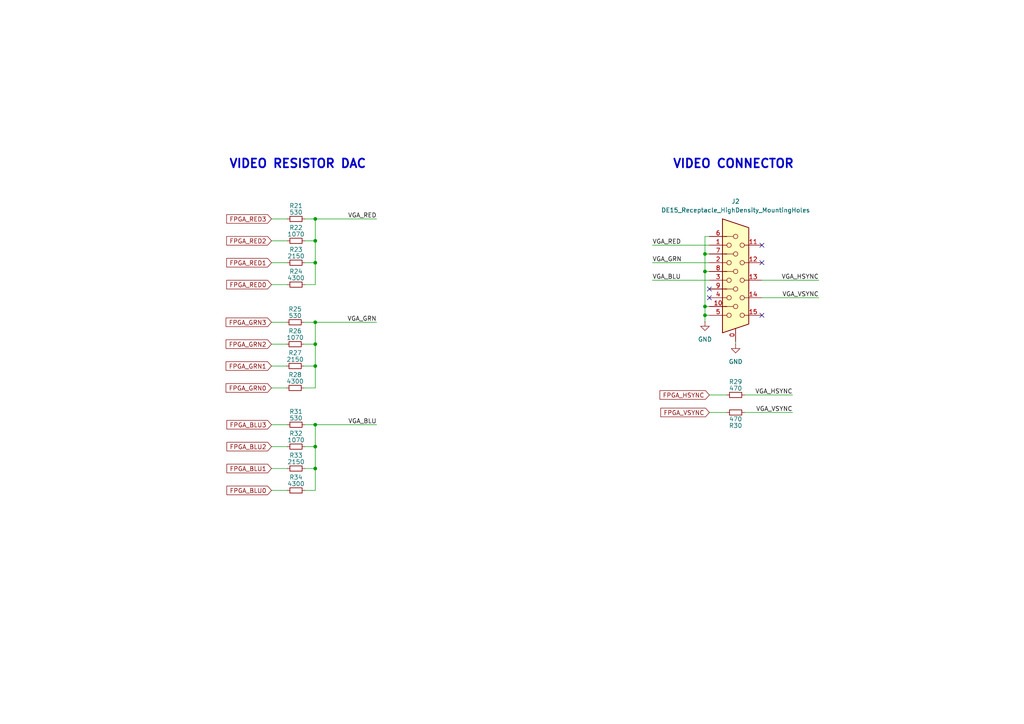
<source format=kicad_sch>
(kicad_sch (version 20231120) (generator "eeschema") (generator_version "8.0")
  (paper "A4")
  (title_block (title "vaudeo") (date "2025-01-22") (rev "Rev A") (comment 1 "A video and audeo board") (comment 3 "https://github.com/oricomp/vaudeo") (comment 4 "Created by Jacob Long"))
  (lib_symbols
    (symbol "Connector:DE15_Receptacle_HighDensity_MountingHoles" (pin_names (offset 1.016) hide)
      (property "Reference" "J" (at 0 21.59 0))
      (property "Value" "DE15_Receptacle_HighDensity_MountingHoles" (at 0 19.05 0))
      (symbol "DE15_Receptacle_HighDensity_MountingHoles_0_1"
        (circle (center -1.905 -10.16) (radius 0.635))
        (circle (center -1.905 -5.08) (radius 0.635))
        (circle (center -1.905 0) (radius 0.635))
        (circle (center -1.905 5.08) (radius 0.635))
        (circle (center -1.905 10.16) (radius 0.635))
        (circle (center 0 -7.62) (radius 0.635))
        (circle (center 0 -2.54) (radius 0.635))
        (polyline (pts (xy -3.175 7.62) (xy -0.635 7.62)))
        (polyline (pts (xy -0.635 -7.62) (xy -3.175 -7.62)))
        (polyline (pts (xy -0.635 -2.54) (xy -3.175 -2.54)))
        (polyline (pts (xy -0.635 2.54) (xy -3.175 2.54)))
        (polyline (pts (xy -0.635 12.7) (xy -3.175 12.7)))
        (polyline (pts (xy -3.81 17.78) (xy -3.81 -15.24) (xy 3.81 -12.7) (xy 3.81 15.24) (xy -3.81 17.78)) (stroke (width 0.254)) (fill (type background)))
        (circle (center 0 2.54) (radius 0.635))
        (circle (center 0 7.62) (radius 0.635))
        (circle (center 0 12.7) (radius 0.635))
        (circle (center 1.905 -10.16) (radius 0.635))
        (circle (center 1.905 -5.08) (radius 0.635))
        (circle (center 1.905 0) (radius 0.635))
        (circle (center 1.905 5.08) (radius 0.635))
        (circle (center 1.905 10.16) (radius 0.635))
      )
      (symbol "DE15_Receptacle_HighDensity_MountingHoles_1_1"
        (pin passive line (at 0 -17.78 90) (length 3.81) (name "~") (number "0"))
        (pin passive line (at -7.62 10.16 0) (length 5.08) (name "~") (number "1"))
        (pin passive line (at -7.62 -7.62 0) (length 5.08) (name "~") (number "10"))
        (pin passive line (at 7.62 10.16 180) (length 5.08) (name "~") (number "11"))
        (pin passive line (at 7.62 5.08 180) (length 5.08) (name "~") (number "12"))
        (pin passive line (at 7.62 0 180) (length 5.08) (name "~") (number "13"))
        (pin passive line (at 7.62 -5.08 180) (length 5.08) (name "~") (number "14"))
        (pin passive line (at 7.62 -10.16 180) (length 5.08) (name "~") (number "15"))
        (pin passive line (at -7.62 5.08 0) (length 5.08) (name "~") (number "2"))
        (pin passive line (at -7.62 0 0) (length 5.08) (name "~") (number "3"))
        (pin passive line (at -7.62 -5.08 0) (length 5.08) (name "~") (number "4"))
        (pin passive line (at -7.62 -10.16 0) (length 5.08) (name "~") (number "5"))
        (pin passive line (at -7.62 12.7 0) (length 5.08) (name "~") (number "6"))
        (pin passive line (at -7.62 7.62 0) (length 5.08) (name "~") (number "7"))
        (pin passive line (at -7.62 2.54 0) (length 5.08) (name "~") (number "8"))
        (pin passive line (at -7.62 -2.54 0) (length 5.08) (name "~") (number "9"))
      )
    )
    (symbol "Device:R_Small" (pin_numbers hide) (pin_names (offset 0.254) hide)
      (property "Reference" "R" (at 0.762 0.508 0))
      (property "Value" "R_Small" (at 0.762 -1.016 0))
      (symbol "R_Small_0_1"
        (rectangle (start -0.762 1.778) (end 0.762 -1.778) (stroke (width 0.2032)))
      )
      (symbol "R_Small_1_1"
        (pin passive line (at 0 2.54 270) (length 0.762) (name "~") (number "1"))
        (pin passive line (at 0 -2.54 90) (length 0.762) (name "~") (number "2"))
      )
    )
    (symbol "power:GND" (power) (pin_numbers hide) (pin_names (offset 0) hide)
      (property "Value" "GND" (at 0 -3.81 0))
      (symbol "GND_0_1"
        (polyline (pts (xy 0 0) (xy 0 -1.27) (xy 1.27 -1.27) (xy 0 -2.54) (xy -1.27 -1.27) (xy 0 -1.27)))
      )
      (symbol "GND_1_1"
        (pin power_in line (at 0 0 270) (length 0) (name "~") (number "1"))
      )
    )
  )
  (junction (at 91.44 69.85))
  (junction (at 204.47 73.66))
  (junction (at 204.47 78.74))
  (junction (at 91.44 123.19))
  (junction (at 91.44 93.472))
  (junction (at 91.44 99.822))
  (junction (at 91.44 106.172))
  (junction (at 91.44 76.2))
  (junction (at 91.44 135.89))
  (junction (at 204.47 91.44))
  (junction (at 204.47 88.9))
  (junction (at 91.44 63.5))
  (junction (at 91.44 129.54))
  (no_connect (at 220.98 76.2))
  (no_connect (at 205.74 83.82))
  (no_connect (at 220.98 91.44))
  (no_connect (at 220.98 71.12))
  (no_connect (at 205.74 86.36))
  (wire (pts (xy 91.44 76.2) (xy 91.44 82.55)))
  (wire (pts (xy 205.74 91.44) (xy 204.47 91.44)))
  (wire (pts (xy 189.23 71.12) (xy 205.74 71.12)))
  (wire (pts (xy 215.9 114.554) (xy 229.87 114.554)))
  (wire (pts (xy 91.44 129.54) (xy 91.44 123.19)))
  (wire (pts (xy 88.392 142.24) (xy 91.44 142.24)))
  (wire (pts (xy 204.47 68.58) (xy 205.74 68.58)))
  (wire (pts (xy 91.44 106.172) (xy 91.44 112.522)))
  (wire (pts (xy 78.74 93.472) (xy 83.058 93.472)))
  (wire (pts (xy 88.392 129.54) (xy 91.44 129.54)))
  (wire (pts (xy 204.47 88.9) (xy 204.47 78.74)))
  (wire (pts (xy 205.74 114.554) (xy 210.82 114.554)))
  (wire (pts (xy 88.392 76.2) (xy 91.44 76.2)))
  (wire (pts (xy 88.138 93.472) (xy 91.44 93.472)))
  (wire (pts (xy 237.49 86.36) (xy 220.98 86.36)))
  (wire (pts (xy 205.74 119.634) (xy 210.82 119.634)))
  (wire (pts (xy 78.74 112.522) (xy 83.058 112.522)))
  (wire (pts (xy 204.47 73.66) (xy 204.47 68.58)))
  (wire (pts (xy 91.44 135.89) (xy 91.44 129.54)))
  (wire (pts (xy 88.138 106.172) (xy 91.44 106.172)))
  (wire (pts (xy 204.47 78.74) (xy 204.47 73.66)))
  (wire (pts (xy 204.47 78.74) (xy 205.74 78.74)))
  (wire (pts (xy 204.47 93.345) (xy 204.47 91.44)))
  (wire (pts (xy 88.392 82.55) (xy 91.44 82.55)))
  (wire (pts (xy 78.74 63.5) (xy 83.312 63.5)))
  (wire (pts (xy 88.392 123.19) (xy 91.44 123.19)))
  (wire (pts (xy 91.44 142.24) (xy 91.44 135.89)))
  (wire (pts (xy 215.9 119.634) (xy 229.87 119.634)))
  (wire (pts (xy 88.392 69.85) (xy 91.44 69.85)))
  (wire (pts (xy 88.392 135.89) (xy 91.44 135.89)))
  (wire (pts (xy 78.74 129.54) (xy 83.312 129.54)))
  (wire (pts (xy 78.74 69.85) (xy 83.312 69.85)))
  (wire (pts (xy 204.47 73.66) (xy 205.74 73.66)))
  (wire (pts (xy 78.74 142.24) (xy 83.312 142.24)))
  (wire (pts (xy 189.23 76.2) (xy 205.74 76.2)))
  (wire (pts (xy 237.49 81.28) (xy 220.98 81.28)))
  (wire (pts (xy 88.138 99.822) (xy 91.44 99.822)))
  (wire (pts (xy 88.392 63.5) (xy 91.44 63.5)))
  (wire (pts (xy 189.23 81.28) (xy 205.74 81.28)))
  (wire (pts (xy 91.44 93.472) (xy 91.44 99.822)))
  (wire (pts (xy 91.44 69.85) (xy 91.44 76.2)))
  (wire (pts (xy 78.74 106.172) (xy 83.058 106.172)))
  (wire (pts (xy 78.74 135.89) (xy 83.312 135.89)))
  (wire (pts (xy 91.44 123.19) (xy 109.22 123.19)))
  (wire (pts (xy 78.74 123.19) (xy 83.312 123.19)))
  (wire (pts (xy 88.138 112.522) (xy 91.44 112.522)))
  (wire (pts (xy 213.36 99.822) (xy 213.36 99.06)))
  (wire (pts (xy 204.47 88.9) (xy 205.74 88.9)))
  (wire (pts (xy 91.44 93.472) (xy 109.22 93.472)))
  (wire (pts (xy 78.74 99.822) (xy 83.058 99.822)))
  (wire (pts (xy 78.74 76.2) (xy 83.312 76.2)))
  (wire (pts (xy 78.74 82.55) (xy 83.312 82.55)))
  (wire (pts (xy 91.44 63.5) (xy 109.22 63.5)))
  (wire (pts (xy 91.44 99.822) (xy 91.44 106.172)))
  (wire (pts (xy 91.44 63.5) (xy 91.44 69.85)))
  (wire (pts (xy 204.47 91.44) (xy 204.47 88.9)))
  (text "VIDEO RESISTOR DAC" (at 86.36 47.625 0) (effects (font (size 2.5 2.5) (thickness 0.5) (bold yes))))
  (text "VIDEO CONNECTOR" (at 212.725 47.625 0) (effects (font (size 2.5 2.5) (thickness 0.5) (bold yes))))
  (label "VGA_HSYNC" (at 237.49 81.28 180))
  (label "VGA_VSYNC" (at 237.49 86.36 180))
  (label "VGA_GRN" (at 189.23 76.2 0))
  (label "VGA_BLU" (at 189.23 81.28 0))
  (label "VGA_RED" (at 189.23 71.12 0))
  (label "VGA_RED" (at 109.22 63.5 180))
  (label "VGA_VSYNC" (at 229.87 119.634 180))
  (label "VGA_BLU" (at 109.22 123.19 180))
  (label "VGA_HSYNC" (at 229.87 114.554 180))
  (label "VGA_GRN" (at 109.22 93.472 180))
  (global_label "FPGA_RED0" (shape input) (at 78.74 82.55 180) (property "Intersheetrefs" "${INTERSHEET_REFS}" (effects (hide yes))))
  (global_label "FPGA_BLU1" (shape input) (at 78.74 135.89 180) (property "Intersheetrefs" "${INTERSHEET_REFS}" (effects (hide yes))))
  (global_label "FPGA_GRN1" (shape input) (at 78.74 106.172 180) (property "Intersheetrefs" "${INTERSHEET_REFS}" (effects (hide yes))))
  (global_label "FPGA_BLU3" (shape input) (at 78.74 123.19 180) (property "Intersheetrefs" "${INTERSHEET_REFS}" (effects (hide yes))))
  (global_label "FPGA_GRN2" (shape input) (at 78.74 99.822 180) (property "Intersheetrefs" "${INTERSHEET_REFS}" (effects (hide yes))))
  (global_label "FPGA_GRN0" (shape input) (at 78.74 112.522 180) (property "Intersheetrefs" "${INTERSHEET_REFS}" (effects (hide yes))))
  (global_label "FPGA_BLU0" (shape input) (at 78.74 142.24 180) (property "Intersheetrefs" "${INTERSHEET_REFS}" (effects (hide yes))))
  (global_label "FPGA_RED2" (shape input) (at 78.74 69.85 180) (property "Intersheetrefs" "${INTERSHEET_REFS}" (effects (hide yes))))
  (global_label "FPGA_RED3" (shape input) (at 78.74 63.5 180) (property "Intersheetrefs" "${INTERSHEET_REFS}" (effects (hide yes))))
  (global_label "FPGA_RED1" (shape input) (at 78.74 76.2 180) (property "Intersheetrefs" "${INTERSHEET_REFS}" (effects (hide yes))))
  (global_label "FPGA_GRN3" (shape input) (at 78.74 93.472 180) (property "Intersheetrefs" "${INTERSHEET_REFS}" (effects (hide yes))))
  (global_label "FPGA_BLU2" (shape input) (at 78.74 129.54 180) (property "Intersheetrefs" "${INTERSHEET_REFS}" (effects (hide yes))))
  (global_label "FPGA_VSYNC" (shape input) (at 205.74 119.634 180) (property "Intersheetrefs" "${INTERSHEET_REFS}" (effects (hide yes))))
  (global_label "FPGA_HSYNC" (shape input) (at 205.74 114.554 180) (property "Intersheetrefs" "${INTERSHEET_REFS}" (effects (hide yes))))
  (symbol (lib_id "Device:R_Small") (at 85.598 112.522 90) (unit 1)
    (property "Reference" "R28" (at 85.598 108.712 90))
    (property "Value" "4300" (at 85.598 110.617 90))
    (property "Footprint" "Resistor_SMD:R_0805_2012Metric_Pad1.20x1.40mm_HandSolder" (effects (hide yes)))
    (property "Description" "Resistor, small symbol" (effects (hide yes)))
    (property "DigiKey" "https://www.digikey.com/en/products/detail/stackpole-electronics-inc/RMCF0805FT4K30/1760198" (effects (hide yes)))
  )
  (symbol (lib_id "Device:R_Small") (at 85.852 76.2 90) (unit 1)
    (property "Reference" "R23" (at 85.852 72.39 90))
    (property "Value" "2150" (at 85.852 74.295 90))
    (property "Footprint" "Resistor_SMD:R_0805_2012Metric_Pad1.20x1.40mm_HandSolder" (effects (hide yes)))
    (property "Description" "Resistor, small symbol" (effects (hide yes)))
    (property "DigiKey" "https://www.digikey.com/en/products/detail/yageo/RC0805FR-072K15L/727673" (effects (hide yes)))
  )
  (symbol (lib_id "Device:R_Small") (at 85.852 69.85 90) (unit 1)
    (property "Reference" "R22" (at 85.852 66.04 90))
    (property "Value" "1070" (at 85.852 67.945 90))
    (property "Footprint" "Resistor_SMD:R_0805_2012Metric_Pad1.20x1.40mm_HandSolder" (effects (hide yes)))
    (property "Description" "Resistor, small symbol" (effects (hide yes)))
    (property "DigiKey" "https://www.digikey.com/en/products/detail/vishay-dale/CRCW08051K07FKEA/1175640" (effects (hide yes)))
  )
  (symbol (lib_id "Device:R_Small") (at 213.36 114.554 90) (unit 1)
    (property "Reference" "R29" (at 213.36 110.744 90))
    (property "Value" "470" (at 213.36 112.649 90))
    (property "Footprint" "Resistor_SMD:R_0805_2012Metric_Pad1.20x1.40mm_HandSolder" (effects (hide yes)))
    (property "Description" "Resistor, small symbol" (effects (hide yes)))
    (property "DigiKey" "https://www.digikey.com/en/products/detail/koa-speer-electronics-inc/RK73B2ATTD471J/10236598" (effects (hide yes)))
  )
  (symbol (lib_id "Device:R_Small") (at 85.852 82.55 90) (unit 1)
    (property "Reference" "R24" (at 85.852 78.74 90))
    (property "Value" "4300" (at 85.852 80.645 90))
    (property "Footprint" "Resistor_SMD:R_0805_2012Metric_Pad1.20x1.40mm_HandSolder" (effects (hide yes)))
    (property "Description" "Resistor, small symbol" (effects (hide yes)))
    (property "DigiKey" "https://www.digikey.com/en/products/detail/stackpole-electronics-inc/RMCF0805FT4K30/1760198" (effects (hide yes)))
  )
  (symbol (lib_id "Device:R_Small") (at 85.852 129.54 90) (unit 1)
    (property "Reference" "R32" (at 85.852 125.73 90))
    (property "Value" "1070" (at 85.852 127.635 90))
    (property "Footprint" "Resistor_SMD:R_0805_2012Metric_Pad1.20x1.40mm_HandSolder" (effects (hide yes)))
    (property "Description" "Resistor, small symbol" (effects (hide yes)))
    (property "DigiKey" "https://www.digikey.com/en/products/detail/vishay-dale/CRCW08051K07FKEA/1175640" (effects (hide yes)))
  )
  (symbol (lib_id "Device:R_Small") (at 85.598 99.822 90) (unit 1)
    (property "Reference" "R26" (at 85.598 96.012 90))
    (property "Value" "1070" (at 85.598 97.917 90))
    (property "Footprint" "Resistor_SMD:R_0805_2012Metric_Pad1.20x1.40mm_HandSolder" (effects (hide yes)))
    (property "Description" "Resistor, small symbol" (effects (hide yes)))
    (property "DigiKey" "https://www.digikey.com/en/products/detail/vishay-dale/CRCW08051K07FKEA/1175640" (effects (hide yes)))
  )
  (symbol (lib_id "Device:R_Small") (at 85.852 142.24 90) (unit 1)
    (property "Reference" "R34" (at 85.852 138.43 90))
    (property "Value" "4300" (at 85.852 140.335 90))
    (property "Footprint" "Resistor_SMD:R_0805_2012Metric_Pad1.20x1.40mm_HandSolder" (effects (hide yes)))
    (property "Description" "Resistor, small symbol" (effects (hide yes)))
    (property "DigiKey" "https://www.digikey.com/en/products/detail/stackpole-electronics-inc/RMCF0805FT4K30/1760198" (effects (hide yes)))
  )
  (symbol (lib_id "Device:R_Small") (at 213.36 119.634 90) (unit 1)
    (property "Reference" "R30" (at 213.36 123.444 90))
    (property "Value" "470" (at 213.36 121.539 90))
    (property "Footprint" "Resistor_SMD:R_0805_2012Metric_Pad1.20x1.40mm_HandSolder" (effects (hide yes)))
    (property "Description" "Resistor, small symbol" (effects (hide yes)))
    (property "DigiKey" "https://www.digikey.com/en/products/detail/koa-speer-electronics-inc/RK73B2ATTD471J/10236598" (effects (hide yes)))
  )
  (symbol (lib_id "Device:R_Small") (at 85.852 135.89 90) (unit 1)
    (property "Reference" "R33" (at 85.852 132.08 90))
    (property "Value" "2150" (at 85.852 133.985 90))
    (property "Footprint" "Resistor_SMD:R_0805_2012Metric_Pad1.20x1.40mm_HandSolder" (effects (hide yes)))
    (property "Description" "Resistor, small symbol" (effects (hide yes)))
    (property "DigiKey" "https://www.digikey.com/en/products/detail/yageo/RC0805FR-072K15L/727673" (effects (hide yes)))
  )
  (symbol (lib_id "power:GND") (at 213.36 99.822 0) (unit 1)
    (property "Reference" "#PWR047" (effects (hide yes)))
    (property "Value" "GND" (at 213.36 104.902 0))
    (property "Description" "Power symbol creates a global label with name \"GND\" , ground" (effects (hide yes)))
  )
  (symbol (lib_id "Connector:DE15_Receptacle_HighDensity_MountingHoles") (at 213.36 81.28 0) (unit 1)
    (property "Reference" "J2" (at 213.36 58.42 0))
    (property "Value" "DE15_Receptacle_HighDensity_MountingHoles" (at 213.36 60.96 0))
    (property "Footprint" "Connector_Dsub:DSUB-15-HD_Female_Horizontal_P2.29x1.98mm_EdgePinOffset8.35mm_Housed_MountingHolesOffset10.89mm" (effects (hide yes)))
    (property "Datasheet" " ~" (effects (hide yes)))
    (property "Description" "15-pin female receptacle socket D-SUB connector, High density (3 columns), Triple Row, Generic, VGA-connector, Mounting Hole" (effects (hide yes)))
    (property "DigiKey" "https://www.digikey.com/en/products/detail/assmann-wsw-components/A-HDF15A-KG-TAXB/1241905" (effects (hide yes)))
  )
  (symbol (lib_id "Device:R_Small") (at 85.598 93.472 90) (unit 1)
    (property "Reference" "R25" (at 85.598 89.662 90))
    (property "Value" "530" (at 85.598 91.567 90))
    (property "Footprint" "Resistor_SMD:R_0805_2012Metric_Pad1.20x1.40mm_HandSolder" (effects (hide yes)))
    (property "Description" "Resistor, small symbol" (effects (hide yes)))
    (property "DigiKey" "https://www.digikey.com/en/products/detail/koa-speer-electronics-inc/RN73R2ATTD5300D25/10034180" (effects (hide yes)))
  )
  (symbol (lib_id "Device:R_Small") (at 85.852 123.19 90) (unit 1)
    (property "Reference" "R31" (at 85.852 119.38 90))
    (property "Value" "530" (at 85.852 121.285 90))
    (property "Footprint" "Resistor_SMD:R_0805_2012Metric_Pad1.20x1.40mm_HandSolder" (effects (hide yes)))
    (property "Description" "Resistor, small symbol" (effects (hide yes)))
    (property "DigiKey" "https://www.digikey.com/en/products/detail/koa-speer-electronics-inc/RN73R2ATTD5300D25/10034180" (effects (hide yes)))
  )
  (symbol (lib_id "Device:R_Small") (at 85.852 63.5 90) (unit 1)
    (property "Reference" "R21" (at 85.852 59.69 90))
    (property "Value" "530" (at 85.852 61.595 90))
    (property "Footprint" "Resistor_SMD:R_0805_2012Metric_Pad1.20x1.40mm_HandSolder" (effects (hide yes)))
    (property "Description" "Resistor, small symbol" (effects (hide yes)))
    (property "DigiKey" "https://www.digikey.com/en/products/detail/koa-speer-electronics-inc/RN73R2ATTD5300D25/10034180" (effects (hide yes)))
  )
  (symbol (lib_id "Device:R_Small") (at 85.598 106.172 90) (unit 1)
    (property "Reference" "R27" (at 85.598 102.362 90))
    (property "Value" "2150" (at 85.598 104.267 90))
    (property "Footprint" "Resistor_SMD:R_0805_2012Metric_Pad1.20x1.40mm_HandSolder" (effects (hide yes)))
    (property "Description" "Resistor, small symbol" (effects (hide yes)))
    (property "DigiKey" "https://www.digikey.com/en/products/detail/yageo/RC0805FR-072K15L/727673" (effects (hide yes)))
  )
  (symbol (lib_id "power:GND") (at 204.47 93.345 0) (unit 1)
    (property "Reference" "#PWR046" (effects (hide yes)))
    (property "Value" "GND" (at 204.47 98.425 0))
    (property "Description" "Power symbol creates a global label with name \"GND\" , ground" (effects (hide yes)))
  )
)
</source>
